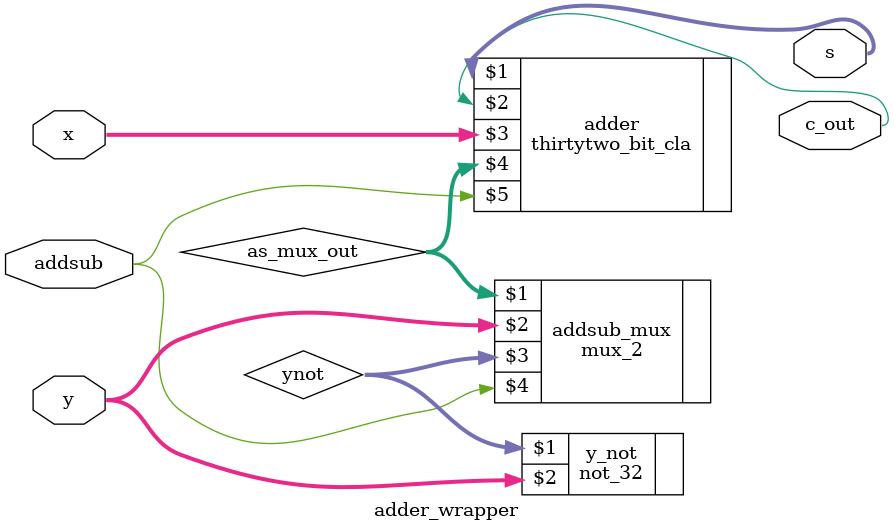
<source format=v>
module adder_wrapper(s, c_out, x, y, addsub);

	input[31:0] x, y;
	input addsub;
	output c_out;
	output[31:0] s;
	wire[31:0] ynot, as_mux_out;
	
	not_32 y_not(ynot, y);
	
	mux_2 addsub_mux(as_mux_out, y, ynot, addsub);
	
	thirtytwo_bit_cla adder(s, c_out, x, as_mux_out, addsub);

endmodule

</source>
